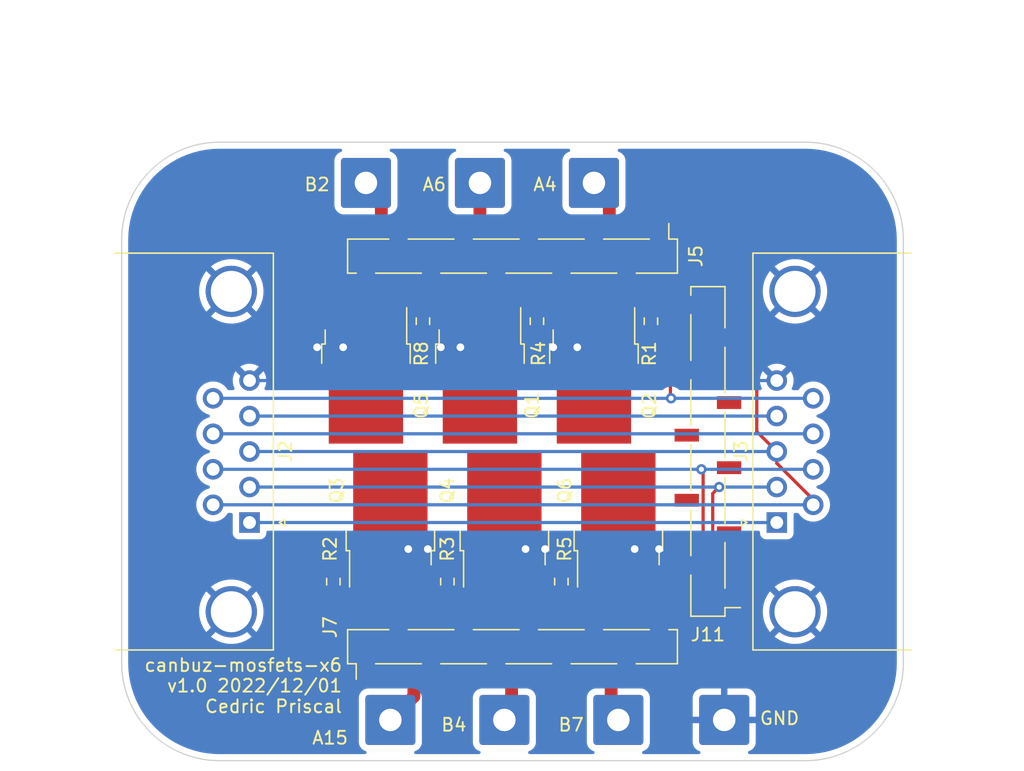
<source format=kicad_pcb>
(kicad_pcb (version 20211014) (generator pcbnew)
  (layers (0 "F.Cu" signal) (31 "B.Cu" signal) (34 "B.Paste" user) (35 "F.Paste" user) (36 "B.SilkS" user "B.Silkscreen") (37 "F.SilkS" user "F.Silkscreen") (38 "B.Mask" user) (39 "F.Mask" user) (44 "Edge.Cuts" user))
  (net 0 "")
  (net 1 "GND")
  (net 2 "Net-(J2-Pad1)")
  (net 3 "CANL")
  (net 4 "CANH")
  (net 5 "Net-(J2-Pad8)")
  (net 6 "PA3")
  (net 7 "PA4")
  (net 8 "Net-(J2-Pad4)")
  (net 9 "PA5")
  (net 10 "Net-(J4-Pad1)")
  (net 11 "PA6")
  (net 12 "PA7")
  (net 13 "PB0")
  (net 14 "Net-(J8-Pad1)")
  (net 15 "PB1")
  (net 16 "PB2")
  (net 17 "PB10")
  (net 18 "PB11")
  (net 19 "GNDPWR")
  (net 20 "Net-(Q1-Pad1)")
  (net 21 "Net-(Q5-Pad1)")
  (net 22 "SWCLK")
  (net 23 "PA15")
  (net 24 "PB3")
  (net 25 "PB4")
  (net 26 "PB5")
  (net 27 "PB6")
  (net 28 "PB7")
  (net 29 "BOOT0")
  (net 30 "PC13")
  (net 31 "PC14")
  (net 32 "PC15")
  (net 33 "~{RESET}")
  (net 34 "PA0")
  (net 35 "PA1")
  (net 36 "PA2")
  (net 37 "3V3")
  (net 38 "VIN")
  (net 39 "Net-(J1-Pad1)")
  (net 40 "Net-(J9-Pad1)")
  (net 41 "Net-(Q2-Pad1)")
  (net 42 "Net-(Q3-Pad1)")
  (net 43 "Net-(J10-Pad1)")
  (net 44 "Net-(J12-Pad1)")
  (net 45 "Net-(Q4-Pad1)")
  (net 46 "Net-(Q6-Pad1)")
  (footprint "Connector_Dsub:DSUB-9_Female_Horizontal_P2.77x2.84mm_EdgePinOffset7.70mm_Housed_MountingHolesOffset9.12mm" (layer "F.Cu") (at 173.490331 139.05 -90)
    (fp_text reference "J2" (at -5.54 -2.8 90) (layer "F.SilkS"))
    (fp_text value "DB9_Female_MountingHoles")
    (fp_line (start -0.25 -2.754338) (end 0.25 -2.754338) (layer "F.SilkS") (width 0.12))
    (fp_line (start 0.25 -2.754338) (end 0 -2.321325) (layer "F.SilkS") (width 0.12))
    (fp_line (start -21.025 10.48) (end -21.025 -1.86) (layer "F.SilkS") (width 0.12))
    (fp_line (start 9.945 -1.86) (end 9.945 10.48) (layer "F.SilkS") (width 0.12))
    (fp_line (start 0 -2.321325) (end -0.25 -2.754338) (layer "F.SilkS") (width 0.12))
    (fp_line (start -21.025 -1.86) (end 9.945 -1.86) (layer "F.SilkS") (width 0.12))
    (pad "0" thru_hole circle (at 6.96 1.42 270) (size 4 4) (drill 3.2) (layers *.Cu *.Mask) (net 19 "GNDPWR"))
    (pad "0" thru_hole circle (at -18.04 1.42 270) (size 4 4) (drill 3.2) (layers *.Cu *.Mask) (net 19 "GNDPWR"))
    (pad "1" thru_hole rect (at 0 0 270) (size 1.6 1.6) (drill 1) (layers *.Cu *.Mask) (net 2 "Net-(J2-Pad1)"))
    (pad "2" thru_hole circle (at -2.77 0 270) (size 1.6 1.6) (drill 1) (layers *.Cu *.Mask) (net 3 "CANL"))
    (pad "3" thru_hole circle (at -5.54 0 270) (size 1.6 1.6) (drill 1) (layers *.Cu *.Mask) (net 1 "GND"))
    (pad "4" thru_hole circle (at -8.31 0 270) (size 1.6 1.6) (drill 1) (layers *.Cu *.Mask) (net 8 "Net-(J2-Pad4)"))
    (pad "5" thru_hole circle (at -11.08 0 270) (size 1.6 1.6) (drill 1) (layers *.Cu *.Mask) (net 19 "GNDPWR"))
    (pad "6" thru_hole circle (at -1.385 2.84 270) (size 1.6 1.6) (drill 1) (layers *.Cu *.Mask) (net 1 "GND"))
    (pad "7" thru_hole circle (at -4.155 2.84 270) (size 1.6 1.6) (drill 1) (layers *.Cu *.Mask) (net 4 "CANH"))
    (pad "8" thru_hole circle (at -6.925 2.84 270) (size 1.6 1.6) (drill 1) (layers *.Cu *.Mask) (net 5 "Net-(J2-Pad8)"))
    (pad "9" thru_hole circle (at -9.695 2.84 270) (size 1.6 1.6) (drill 1) (layers *.Cu *.Mask) (net 38 "VIN"))
  )
  (footprint "Connector_PinSocket_2.54mm:PinSocket_1x10_P2.54mm_Vertical_SMD_Pin1Left" (layer "F.Cu") (at 194 148.74 90)
    (fp_text reference "J7" (at 1.524 -14.224 90) (layer "F.SilkS"))
    (fp_text value "Conn_01x10")
    (fp_line (start -1.33 12.86) (end 1.33 12.86) (layer "F.SilkS") (width 0.12))
    (fp_line (start 1.33 2.03) (end 1.33 5.59) (layer "F.SilkS") (width 0.12))
    (fp_line (start 1.33 12.19) (end 1.33 12.86) (layer "F.SilkS") (width 0.12))
    (fp_line (start 1.33 -12.86) (end 1.33 -9.65) (layer "F.SilkS") (width 0.12))
    (fp_line (start -1.33 -10.67) (end -1.33 -7.11) (layer "F.SilkS") (width 0.12))
    (fp_line (start 1.33 -8.13) (end 1.33 -4.57) (layer "F.SilkS") (width 0.12))
    (fp_line (start 1.33 7.11) (end 1.33 10.67) (layer "F.SilkS") (width 0.12))
    (fp_line (start -1.33 -5.59) (end -1.33 -2.03) (layer "F.SilkS") (width 0.12))
    (fp_line (start 1.33 -3.05) (end 1.33 0.51) (layer "F.SilkS") (width 0.12))
    (fp_line (start -1.33 -12.86) (end -1.33 -12.19) (layer "F.SilkS") (width 0.12))
    (fp_line (start -2.54 -12.19) (end -1.33 -12.19) (layer "F.SilkS") (width 0.12))
    (fp_line (start -1.33 9.65) (end -1.33 12.86) (layer "F.SilkS") (width 0.12))
    (fp_line (start -1.33 4.57) (end -1.33 8.13) (layer "F.SilkS") (width 0.12))
    (fp_line (start -1.33 -0.51) (end -1.33 3.05) (layer "F.SilkS") (width 0.12))
    (fp_line (start -1.33 -12.86) (end 1.33 -12.86) (layer "F.SilkS") (width 0.12))
    (pad "1" smd rect (at -1.65 -11.43 90) (size 1.9 1) (layers "F.Cu" "F.Paste" "F.Mask") (net 22 "SWCLK"))
    (pad "2" smd rect (at 1.65 -8.89 90) (size 1.9 1) (layers "F.Cu" "F.Paste" "F.Mask") (net 23 "PA15"))
    (pad "3" smd rect (at -1.65 -6.35 90) (size 1.9 1) (layers "F.Cu" "F.Paste" "F.Mask") (net 24 "PB3"))
    (pad "4" smd rect (at 1.65 -3.81 90) (size 1.9 1) (layers "F.Cu" "F.Paste" "F.Mask") (net 25 "PB4"))
    (pad "5" smd rect (at -1.65 -1.27 90) (size 1.9 1) (layers "F.Cu" "F.Paste" "F.Mask") (net 26 "PB5"))
    (pad "6" smd rect (at 1.65 1.27 90) (size 1.9 1) (layers "F.Cu" "F.Paste" "F.Mask") (net 27 "PB6"))
    (pad "7" smd rect (at -1.65 3.81 90) (size 1.9 1) (layers "F.Cu" "F.Paste" "F.Mask") (net 28 "PB7"))
    (pad "8" smd rect (at 1.65 6.35 90) (size 1.9 1) (layers "F.Cu" "F.Paste" "F.Mask") (net 29 "BOOT0"))
    (pad "9" smd rect (at -1.65 8.89 90) (size 1.9 1) (layers "F.Cu" "F.Paste" "F.Mask") (net 3 "CANL"))
    (pad "10" smd rect (at 1.65 11.43 90) (size 1.9 1) (layers "F.Cu" "F.Paste" "F.Mask") (net 4 "CANH"))
  )
  (footprint "Package_TO_SOT_SMD:TO-252-2" (layer "F.Cu") (at 202.255 138.775 90)
    (fp_text reference "Q6" (at 2.227 -4.191 90) (layer "F.SilkS"))
    (fp_text value "AOD4184A")
    (fp_line (start -0.97 3.45) (end -2.47 3.45) (layer "F.SilkS") (width 0.12))
    (fp_line (start -2.47 3.18) (end -3.57 3.18) (layer "F.SilkS") (width 0.12))
    (fp_line (start -2.47 -3.45) (end -2.47 -3.18) (layer "F.SilkS") (width 0.12))
    (fp_line (start -0.97 -3.45) (end -2.47 -3.45) (layer "F.SilkS") (width 0.12))
    (fp_line (start -2.47 -3.18) (end -5.3 -3.18) (layer "F.SilkS") (width 0.12))
    (fp_line (start -2.47 3.45) (end -2.47 3.18) (layer "F.SilkS") (width 0.12))
    (pad "1" smd rect (at -4.2 -2.28 90) (size 2.2 1.2) (layers "F.Cu" "F.Paste" "F.Mask") (net 46 "Net-(Q6-Pad1)"))
    (pad "2" smd rect (at 2.1 0 90) (size 6.4 5.8) (layers "F.Cu" "F.Mask") (net 44 "Net-(J12-Pad1)"))
    (pad "3" smd rect (at -4.2 2.28 90) (size 2.2 1.2) (layers "F.Cu" "F.Paste" "F.Mask") (net 19 "GNDPWR"))
  )
  (footprint "Connector_Dsub:DSUB-9_Male_Horizontal_P2.77x2.84mm_EdgePinOffset7.70mm_Housed_MountingHolesOffset9.12mm" (layer "F.Cu") (at 214.609669 139.05 90)
    (fp_text reference "J3" (at 5.54 -2.8 90) (layer "F.SilkS"))
    (fp_text value "DB9_Male_MountingHoles")
    (fp_line (start -9.945 10.48) (end -9.945 -1.86) (layer "F.SilkS") (width 0.12))
    (fp_line (start 21.025 -1.86) (end 21.025 10.48) (layer "F.SilkS") (width 0.12))
    (fp_line (start -0.25 -2.754338) (end 0.25 -2.754338) (layer "F.SilkS") (width 0.12))
    (fp_line (start 0 -2.321325) (end -0.25 -2.754338) (layer "F.SilkS") (width 0.12))
    (fp_line (start 0.25 -2.754338) (end 0 -2.321325) (layer "F.SilkS") (width 0.12))
    (fp_line (start -9.945 -1.86) (end 21.025 -1.86) (layer "F.SilkS") (width 0.12))
    (pad "0" thru_hole circle (at -6.96 1.42 90) (size 4 4) (drill 3.2) (layers *.Cu *.Mask) (net 19 "GNDPWR"))
    (pad "0" thru_hole circle (at 18.04 1.42 90) (size 4 4) (drill 3.2) (layers *.Cu *.Mask) (net 19 "GNDPWR"))
    (pad "1" thru_hole rect (at 0 0 90) (size 1.6 1.6) (drill 1) (layers *.Cu *.Mask) (net 2 "Net-(J2-Pad1)"))
    (pad "2" thru_hole circle (at 2.77 0 90) (size 1.6 1.6) (drill 1) (layers *.Cu *.Mask) (net 3 "CANL"))
    (pad "3" thru_hole circle (at 5.54 0 90) (size 1.6 1.6) (drill 1) (layers *.Cu *.Mask) (net 1 "GND"))
    (pad "4" thru_hole circle (at 8.31 0 90) (size 1.6 1.6) (drill 1) (layers *.Cu *.Mask) (net 8 "Net-(J2-Pad4)"))
    (pad "5" thru_hole circle (at 11.08 0 90) (size 1.6 1.6) (drill 1) (layers *.Cu *.Mask) (net 19 "GNDPWR"))
    (pad "6" thru_hole circle (at 1.385 2.84 90) (size 1.6 1.6) (drill 1) (layers *.Cu *.Mask) (net 1 "GND"))
    (pad "7" thru_hole circle (at 4.155 2.84 90) (size 1.6 1.6) (drill 1) (layers *.Cu *.Mask) (net 4 "CANH"))
    (pad "8" thru_hole circle (at 6.925 2.84 90) (size 1.6 1.6) (drill 1) (layers *.Cu *.Mask) (net 5 "Net-(J2-Pad8)"))
    (pad "9" thru_hole circle (at 9.695 2.84 90) (size 1.6 1.6) (drill 1) (layers *.Cu *.Mask) (net 38 "VIN"))
  )
  (footprint "Connector_Wire:SolderWire-1sqmm_1x01_D1.4mm_OD3.9mm" (layer "F.Cu") (at 202.255 154.455)
    (fp_text reference "J12" hide)
    (fp_text value "Conn_01x01")
    (pad "1" thru_hole roundrect (at 0 0) (size 3.9 3.9) (drill 1.75) (layers *.Cu *.Mask) (roundrect_rratio 0.064103) (net 44 "Net-(J12-Pad1)"))
  )
  (footprint "Package_TO_SOT_SMD:TO-252-2" (layer "F.Cu") (at 184.475 138.775 90)
    (fp_text reference "Q3" (at 2.227 -4.191 90) (layer "F.SilkS"))
    (fp_text value "AOD4184A")
    (fp_line (start -2.47 3.18) (end -3.57 3.18) (layer "F.SilkS") (width 0.12))
    (fp_line (start -2.47 -3.18) (end -5.3 -3.18) (layer "F.SilkS") (width 0.12))
    (fp_line (start -0.97 3.45) (end -2.47 3.45) (layer "F.SilkS") (width 0.12))
    (fp_line (start -2.47 3.45) (end -2.47 3.18) (layer "F.SilkS") (width 0.12))
    (fp_line (start -0.97 -3.45) (end -2.47 -3.45) (layer "F.SilkS") (width 0.12))
    (fp_line (start -2.47 -3.45) (end -2.47 -3.18) (layer "F.SilkS") (width 0.12))
    (pad "1" smd rect (at -4.2 -2.28 90) (size 2.2 1.2) (layers "F.Cu" "F.Paste" "F.Mask") (net 42 "Net-(Q3-Pad1)"))
    (pad "2" smd rect (at 2.1 0 90) (size 6.4 5.8) (layers "F.Cu" "F.Mask") (net 40 "Net-(J9-Pad1)"))
    (pad "3" smd rect (at -4.2 2.28 90) (size 2.2 1.2) (layers "F.Cu" "F.Paste" "F.Mask") (net 19 "GNDPWR"))
  )
  (footprint "Resistor_SMD:R_0603_1608Metric_Pad0.98x0.95mm_HandSolder" (layer "F.Cu") (at 188.92 143.66 90)
    (fp_text reference "R3" (at 2.54 0 90) (layer "F.SilkS"))
    (fp_text value "100")
    (fp_line (start -0.254724 -0.5225) (end 0.254724 -0.5225) (layer "F.SilkS") (width 0.12))
    (fp_line (start -0.254724 0.5225) (end 0.254724 0.5225) (layer "F.SilkS") (width 0.12))
    (pad "1" smd roundrect (at -0.9125 0 90) (size 0.975 0.95) (layers "F.Cu" "F.Paste" "F.Mask") (net 25 "PB4"))
    (pad "2" smd roundrect (at 0.9125 0 90) (size 0.975 0.95) (layers "F.Cu" "F.Paste" "F.Mask") (net 45 "Net-(Q4-Pad1)"))
  )
  (footprint "Resistor_SMD:R_0603_1608Metric_Pad0.98x0.95mm_HandSolder" (layer "F.Cu") (at 195.905 123.34 -90)
    (fp_text reference "R4" (at 2.53 -0.127 90) (layer "F.SilkS"))
    (fp_text value "100")
    (fp_line (start -0.254724 -0.5225) (end 0.254724 -0.5225) (layer "F.SilkS") (width 0.12))
    (fp_line (start -0.254724 0.5225) (end 0.254724 0.5225) (layer "F.SilkS") (width 0.12))
    (pad "1" smd roundrect (at -0.9125 0 270) (size 0.975 0.95) (layers "F.Cu" "F.Paste" "F.Mask") (net 11 "PA6"))
    (pad "2" smd roundrect (at 0.9125 0 270) (size 0.975 0.95) (layers "F.Cu" "F.Paste" "F.Mask") (net 20 "Net-(Q1-Pad1)"))
  )
  (footprint "Package_TO_SOT_SMD:TO-252-2" (layer "F.Cu") (at 191.46 127.59 -90)
    (fp_text reference "Q1" (at 2.354 -4.064 90) (layer "F.SilkS"))
    (fp_text value "AOD4184A")
    (fp_line (start -0.97 -3.45) (end -2.47 -3.45) (layer "F.SilkS") (width 0.12))
    (fp_line (start -2.47 -3.18) (end -5.3 -3.18) (layer "F.SilkS") (width 0.12))
    (fp_line (start -2.47 3.18) (end -3.57 3.18) (layer "F.SilkS") (width 0.12))
    (fp_line (start -2.47 3.45) (end -2.47 3.18) (layer "F.SilkS") (width 0.12))
    (fp_line (start -0.97 3.45) (end -2.47 3.45) (layer "F.SilkS") (width 0.12))
    (fp_line (start -2.47 -3.45) (end -2.47 -3.18) (layer "F.SilkS") (width 0.12))
    (pad "1" smd rect (at -4.2 -2.28 270) (size 2.2 1.2) (layers "F.Cu" "F.Paste" "F.Mask") (net 20 "Net-(Q1-Pad1)"))
    (pad "2" smd rect (at 2.1 0 270) (size 6.4 5.8) (layers "F.Cu" "F.Mask") (net 10 "Net-(J4-Pad1)"))
    (pad "3" smd rect (at -4.2 2.28 270) (size 2.2 1.2) (layers "F.Cu" "F.Paste" "F.Mask") (net 19 "GNDPWR"))
  )
  (footprint "Connector_PinSocket_2.54mm:PinSocket_1x10_P2.54mm_Vertical_SMD_Pin1Left" (layer "F.Cu") (at 209.24 133.5 180)
    (fp_text reference "J11" (at 0 -14.3 180) (layer "F.SilkS"))
    (fp_text value "Conn_01x10")
    (fp_line (start 1.33 -12.86) (end 1.33 -9.65) (layer "F.SilkS") (width 0.12))
    (fp_line (start -1.33 -0.51) (end -1.33 3.05) (layer "F.SilkS") (width 0.12))
    (fp_line (start -1.33 -10.67) (end -1.33 -7.11) (layer "F.SilkS") (width 0.12))
    (fp_line (start -2.54 -12.19) (end -1.33 -12.19) (layer "F.SilkS") (width 0.12))
    (fp_line (start -1.33 12.86) (end 1.33 12.86) (layer "F.SilkS") (width 0.12))
    (fp_line (start -1.33 -5.59) (end -1.33 -2.03) (layer "F.SilkS") (width 0.12))
    (fp_line (start 1.33 7.11) (end 1.33 10.67) (layer "F.SilkS") (width 0.12))
    (fp_line (start 1.33 12.19) (end 1.33 12.86) (layer "F.SilkS") (width 0.12))
    (fp_line (start 1.33 -8.13) (end 1.33 -4.57) (layer "F.SilkS") (width 0.12))
    (fp_line (start -1.33 9.65) (end -1.33 12.86) (layer "F.SilkS") (width 0.12))
    (fp_line (start -1.33 -12.86) (end 1.33 -12.86) (layer "F.SilkS") (width 0.12))
    (fp_line (start -1.33 -12.86) (end -1.33 -12.19) (layer "F.SilkS") (width 0.12))
    (fp_line (start 1.33 2.03) (end 1.33 5.59) (layer "F.SilkS") (width 0.12))
    (fp_line (start -1.33 4.57) (end -1.33 8.13) (layer "F.SilkS") (width 0.12))
    (fp_line (start 1.33 -3.05) (end 1.33 0.51) (layer "F.SilkS") (width 0.12))
    (pad "1" smd rect (at -1.65 -11.43 180) (size 1.9 1) (layers "F.Cu" "F.Paste" "F.Mask") (net 30 "PC13"))
    (pad "2" smd rect (at 1.65 -8.89 180) (size 1.9 1) (layers "F.Cu" "F.Paste" "F.Mask") (net 31 "PC14"))
    (pad "3" smd rect (at -1.65 -6.35 180) (size 1.9 1) (layers "F.Cu" "F.Paste" "F.Mask") (net 32 "PC15"))
    (pad "4" smd rect (at 1.65 -3.81 180) (size 1.9 1) (layers "F.Cu" "F.Paste" "F.Mask") (net 33 "~{RESET}"))
    (pad "5" smd rect (at -1.65 -1.27 180) (size 1.9 1) (layers "F.Cu" "F.Paste" "F.Mask") (net 34 "PA0"))
    (pad "6" smd rect (at 1.65 1.27 180) (size 1.9 1) (layers "F.Cu" "F.Paste" "F.Mask") (net 35 "PA1"))
    (pad "7" smd rect (at -1.65 3.81 180) (size 1.9 1) (layers "F.Cu" "F.Paste" "F.Mask") (net 36 "PA2"))
    (pad "8" smd rect (at 1.65 6.35 180) (size 1.9 1) (layers "F.Cu" "F.Paste" "F.Mask") (net 37 "3V3"))
    (pad "9" smd rect (at -1.65 8.89 180) (size 1.9 1) (layers "F.Cu" "F.Paste" "F.Mask") (net 1 "GND"))
    (pad "10" smd rect (at 1.65 11.43 180) (size 1.9 1) (layers "F.Cu" "F.Paste" "F.Mask") (net 38 "VIN"))
  )
  (footprint "Connector_Wire:SolderWire-1sqmm_1x01_D1.4mm_OD3.9mm" (layer "F.Cu") (at 200.35 112.545 180)
    (fp_text reference "J1" hide)
    (fp_text value "Conn_01x01")
    (pad "1" thru_hole roundrect (at 0 0 180) (size 3.9 3.9) (drill 1.75) (layers *.Cu *.Mask) (roundrect_rratio 0.064103) (net 39 "Net-(J1-Pad1)"))
  )
  (footprint "Connector_Wire:SolderWire-1sqmm_1x01_D1.4mm_OD3.9mm" (layer "F.Cu") (at 184.475 154.455)
    (fp_text reference "J9" hide)
    (fp_text value "Conn_01x01")
    (pad "1" thru_hole roundrect (at 0 0) (size 3.9 3.9) (drill 1.75) (layers *.Cu *.Mask) (roundrect_rratio 0.064103) (net 40 "Net-(J9-Pad1)"))
  )
  (footprint "Connector_Wire:SolderWire-1sqmm_1x01_D1.4mm_OD3.9mm" (layer "F.Cu") (at 193.365 154.455)
    (fp_text reference "J10" hide)
    (fp_text value "Conn_01x01")
    (pad "1" thru_hole roundrect (at 0 0) (size 3.9 3.9) (drill 1.75) (layers *.Cu *.Mask) (roundrect_rratio 0.064103) (net 43 "Net-(J10-Pad1)"))
  )
  (footprint "Package_TO_SOT_SMD:TO-252-2" (layer "F.Cu") (at 200.35 127.59 -90)
    (fp_text reference "Q2" (at 2.354 -4.318 90) (layer "F.SilkS"))
    (fp_text value "AOD4184A")
    (fp_line (start -2.47 3.18) (end -3.57 3.18) (layer "F.SilkS") (width 0.12))
    (fp_line (start -0.97 3.45) (end -2.47 3.45) (layer "F.SilkS") (width 0.12))
    (fp_line (start -2.47 3.45) (end -2.47 3.18) (layer "F.SilkS") (width 0.12))
    (fp_line (start -0.97 -3.45) (end -2.47 -3.45) (layer "F.SilkS") (width 0.12))
    (fp_line (start -2.47 -3.18) (end -5.3 -3.18) (layer "F.SilkS") (width 0.12))
    (fp_line (start -2.47 -3.45) (end -2.47 -3.18) (layer "F.SilkS") (width 0.12))
    (pad "1" smd rect (at -4.2 -2.28 270) (size 2.2 1.2) (layers "F.Cu" "F.Paste" "F.Mask") (net 41 "Net-(Q2-Pad1)"))
    (pad "2" smd rect (at 2.1 0 270) (size 6.4 5.8) (layers "F.Cu" "F.Mask") (net 39 "Net-(J1-Pad1)"))
    (pad "3" smd rect (at -4.2 2.28 270) (size 2.2 1.2) (layers "F.Cu" "F.Paste" "F.Mask") (net 19 "GNDPWR"))
  )
  (footprint "Connector_Wire:SolderWire-1sqmm_1x01_D1.4mm_OD3.9mm" (layer "F.Cu") (at 191.46 112.545 180)
    (fp_text reference "J4" hide)
    (fp_text value "Conn_01x01")
    (pad "1" thru_hole roundrect (at 0 0 180) (size 3.9 3.9) (drill 1.75) (layers *.Cu *.Mask) (roundrect_rratio 0.064103) (net 10 "Net-(J4-Pad1)"))
  )
  (footprint "Resistor_SMD:R_0603_1608Metric_Pad0.98x0.95mm_HandSolder" (layer "F.Cu") (at 197.81 143.66 90)
    (fp_text reference "R5" (at 2.54 0.254 90) (layer "F.SilkS"))
    (fp_text value "100")
    (fp_line (start -0.254724 0.5225) (end 0.254724 0.5225) (layer "F.SilkS") (width 0.12))
    (fp_line (start -0.254724 -0.5225) (end 0.254724 -0.5225) (layer "F.SilkS") (width 0.12))
    (pad "1" smd roundrect (at -0.9125 0 90) (size 0.975 0.95) (layers "F.Cu" "F.Paste" "F.Mask") (net 28 "PB7"))
    (pad "2" smd roundrect (at 0.9125 0 90) (size 0.975 0.95) (layers "F.Cu" "F.Paste" "F.Mask") (net 46 "Net-(Q6-Pad1)"))
  )
  (footprint "Connector_Wire:SolderWire-1sqmm_1x01_D1.4mm_OD3.9mm" (layer "F.Cu") (at 182.57 112.545 180)
    (fp_text reference "J8" hide)
    (fp_text value "Conn_01x01")
    (pad "1" thru_hole roundrect (at 0 0 180) (size 3.9 3.9) (drill 1.75) (layers *.Cu *.Mask) (roundrect_rratio 0.064103) (net 14 "Net-(J8-Pad1)"))
  )
  (footprint "Resistor_SMD:R_0603_1608Metric_Pad0.98x0.95mm_HandSolder" (layer "F.Cu") (at 204.795 123.34 -90)
    (fp_text reference "R1" (at 2.54 0.127 90) (layer "F.SilkS"))
    (fp_text value "100")
    (fp_line (start -0.254724 0.5225) (end 0.254724 0.5225) (layer "F.SilkS") (width 0.12))
    (fp_line (start -0.254724 -0.5225) (end 0.254724 -0.5225) (layer "F.SilkS") (width 0.12))
    (pad "1" smd roundrect (at -0.9125 0 270) (size 0.975 0.95) (layers "F.Cu" "F.Paste" "F.Mask") (net 7 "PA4"))
    (pad "2" smd roundrect (at 0.9125 0 270) (size 0.975 0.95) (layers "F.Cu" "F.Paste" "F.Mask") (net 41 "Net-(Q2-Pad1)"))
  )
  (footprint "Connector_PinSocket_2.54mm:PinSocket_1x10_P2.54mm_Vertical_SMD_Pin1Left" (layer "F.Cu") (at 194 118.26 -90)
    (fp_text reference "J5" (at 0 -14.3 -90) (layer "F.SilkS"))
    (fp_text value "Conn_01x10")
    (fp_line (start 1.33 12.19) (end 1.33 12.86) (layer "F.SilkS") (width 0.12))
    (fp_line (start -1.33 -0.51) (end -1.33 3.05) (layer "F.SilkS") (width 0.12))
    (fp_line (start -1.33 4.57) (end -1.33 8.13) (layer "F.SilkS") (width 0.12))
    (fp_line (start -1.33 -5.59) (end -1.33 -2.03) (layer "F.SilkS") (width 0.12))
    (fp_line (start -1.33 12.86) (end 1.33 12.86) (layer "F.SilkS") (width 0.12))
    (fp_line (start 1.33 2.03) (end 1.33 5.59) (layer "F.SilkS") (width 0.12))
    (fp_line (start -1.33 -12.86) (end -1.33 -12.19) (layer "F.SilkS") (width 0.12))
    (fp_line (start 1.33 7.11) (end 1.33 10.67) (layer "F.SilkS") (width 0.12))
    (fp_line (start -2.54 -12.19) (end -1.33 -12.19) (layer "F.SilkS") (width 0.12))
    (fp_line (start 1.33 -12.86) (end 1.33 -9.65) (layer "F.SilkS") (width 0.12))
    (fp_line (start -1.33 -10.67) (end -1.33 -7.11) (layer "F.SilkS") (width 0.12))
    (fp_line (start -1.33 -12.86) (end 1.33 -12.86) (layer "F.SilkS") (width 0.12))
    (fp_line (start 1.33 -8.13) (end 1.33 -4.57) (layer "F.SilkS") (width 0.12))
    (fp_line (start -1.33 9.65) (end -1.33 12.86) (layer "F.SilkS") (width 0.12))
    (fp_line (start 1.33 -3.05) (end 1.33 0.51) (layer "F.SilkS") (width 0.12))
    (pad "1" smd rect (at -1.65 -11.43 270) (size 1.9 1) (layers "F.Cu" "F.Paste" "F.Mask") (net 6 "PA3"))
    (pad "2" smd rect (at 1.65 -8.89 270) (size 1.9 1) (layers "F.Cu" "F.Paste" "F.Mask") (net 7 "PA4"))
    (pad "3" smd rect (at -1.65 -6.35 270) (size 1.9 1) (layers "F.Cu" "F.Paste" "F.Mask") (net 9 "PA5"))
    (pad "4" smd rect (at 1.65 -3.81 270) (size 1.9 1) (layers "F.Cu" "F.Paste" "F.Mask") (net 11 "PA6"))
    (pad "5" smd rect (at -1.65 -1.27 270) (size 1.9 1) (layers "F.Cu" "F.Paste" "F.Mask") (net 12 "PA7"))
    (pad "6" smd rect (at 1.65 1.27 270) (size 1.9 1) (layers "F.Cu" "F.Paste" "F.Mask") (net 13 "PB0"))
    (pad "7" smd rect (at -1.65 3.81 270) (size 1.9 1) (layers "F.Cu" "F.Paste" "F.Mask") (net 15 "PB1"))
    (pad "8" smd rect (at 1.65 6.35 270) (size 1.9 1) (layers "F.Cu" "F.Paste" "F.Mask") (net 16 "PB2"))
    (pad "9" smd rect (at -1.65 8.89 270) (size 1.9 1) (layers "F.Cu" "F.Paste" "F.Mask") (net 17 "PB10"))
    (pad "10" smd rect (at 1.65 11.43 270) (size 1.9 1) (layers "F.Cu" "F.Paste" "F.Mask") (net 18 "PB11"))
  )
  (footprint "Resistor_SMD:R_0603_1608Metric_Pad0.98x0.95mm_HandSolder" (layer "F.Cu") (at 187.015 123.34 -90)
    (fp_text reference "R8" (at 2.54 0.127 90) (layer "F.SilkS"))
    (fp_text value "100")
    (fp_line (start -0.254724 0.5225) (end 0.254724 0.5225) (layer "F.SilkS") (width 0.12))
    (fp_line (start -0.254724 -0.5225) (end 0.254724 -0.5225) (layer "F.SilkS") (width 0.12))
    (pad "1" smd roundrect (at -0.9125 0 270) (size 0.975 0.95) (layers "F.Cu" "F.Paste" "F.Mask") (net 16 "PB2"))
    (pad "2" smd roundrect (at 0.9125 0 270) (size 0.975 0.95) (layers "F.Cu" "F.Paste" "F.Mask") (net 21 "Net-(Q5-Pad1)"))
  )
  (footprint "Package_TO_SOT_SMD:TO-252-2" (layer "F.Cu") (at 182.57 127.59 -90)
    (fp_text reference "Q5" (at 2.354 -4.318 90) (layer "F.SilkS"))
    (fp_text value "AOD4184A")
    (fp_line (start -2.47 -3.45) (end -2.47 -3.18) (layer "F.SilkS") (width 0.12))
    (fp_line (start -0.97 -3.45) (end -2.47 -3.45) (layer "F.SilkS") (width 0.12))
    (fp_line (start -2.47 3.45) (end -2.47 3.18) (layer "F.SilkS") (width 0.12))
    (fp_line (start -2.47 -3.18) (end -5.3 -3.18) (layer "F.SilkS") (width 0.12))
    (fp_line (start -2.47 3.18) (end -3.57 3.18) (layer "F.SilkS") (width 0.12))
    (fp_line (start -0.97 3.45) (end -2.47 3.45) (layer "F.SilkS") (width 0.12))
    (pad "1" smd rect (at -4.2 -2.28 270) (size 2.2 1.2) (layers "F.Cu" "F.Paste" "F.Mask") (net 21 "Net-(Q5-Pad1)"))
    (pad "2" smd rect (at 2.1 0 270) (size 6.4 5.8) (layers "F.Cu" "F.Mask") (net 14 "Net-(J8-Pad1)"))
    (pad "3" smd rect (at -4.2 2.28 270) (size 2.2 1.2) (layers "F.Cu" "F.Paste" "F.Mask") (net 19 "GNDPWR"))
  )
  (footprint "Connector_Wire:SolderWire-1sqmm_1x01_D1.4mm_OD3.9mm" (layer "F.Cu") (at 210.51 154.455)
    (fp_text reference "J6" hide)
    (fp_text value "Conn_01x01")
    (pad "1" thru_hole roundrect (at 0 0) (size 3.9 3.9) (drill 1.75) (layers *.Cu *.Mask) (roundrect_rratio 0.064103) (net 19 "GNDPWR"))
  )
  (footprint "Package_TO_SOT_SMD:TO-252-2" (layer "F.Cu") (at 193.365 138.775 90)
    (fp_text reference "Q4" (at 2.227 -4.445 90) (layer "F.SilkS"))
    (fp_text value "AOD4184A")
    (fp_line (start -2.47 -3.45) (end -2.47 -3.18) (layer "F.SilkS") (width 0.12))
    (fp_line (start -2.47 3.45) (end -2.47 3.18) (layer "F.SilkS") (width 0.12))
    (fp_line (start -2.47 -3.18) (end -5.3 -3.18) (layer "F.SilkS") (width 0.12))
    (fp_line (start -0.97 3.45) (end -2.47 3.45) (layer "F.SilkS") (width 0.12))
    (fp_line (start -0.97 -3.45) (end -2.47 -3.45) (layer "F.SilkS") (width 0.12))
    (fp_line (start -2.47 3.18) (end -3.57 3.18) (layer "F.SilkS") (width 0.12))
    (pad "1" smd rect (at -4.2 -2.28 90) (size 2.2 1.2) (layers "F.Cu" "F.Paste" "F.Mask") (net 45 "Net-(Q4-Pad1)"))
    (pad "2" smd rect (at 2.1 0 90) (size 6.4 5.8) (layers "F.Cu" "F.Mask") (net 43 "Net-(J10-Pad1)"))
    (pad "3" smd rect (at -4.2 2.28 90) (size 2.2 1.2) (layers "F.Cu" "F.Paste" "F.Mask") (net 19 "GNDPWR"))
  )
  (footprint "Resistor_SMD:R_0603_1608Metric_Pad0.98x0.95mm_HandSolder" (layer "F.Cu") (at 180.03 143.66 90)
    (fp_text reference "R2" (at 2.54 -0.254 90) (layer "F.SilkS"))
    (fp_text value "100")
    (fp_line (start -0.254724 -0.5225) (end 0.254724 -0.5225) (layer "F.SilkS") (width 0.12))
    (fp_line (start -0.254724 0.5225) (end 0.254724 0.5225) (layer "F.SilkS") (width 0.12))
    (pad "1" smd roundrect (at -0.9125 0 90) (size 0.975 0.95) (layers "F.Cu" "F.Paste" "F.Mask") (net 23 "PA15"))
    (pad "2" smd roundrect (at 0.9125 0 90) (size 0.975 0.95) (layers "F.Cu" "F.Paste" "F.Mask") (net 42 "Net-(Q3-Pad1)"))
  )
  (gr_arc (start 224.48 150.01) (mid 222.248154 155.398154) (end 216.86 157.63) (layer "Edge.Cuts") (width 0.1))
  (gr_line (start 171.14 157.63) (end 216.86 157.63) (layer "Edge.Cuts") (width 0.1))
  (gr_arc (start 171.14 157.63) (mid 165.751846 155.398154) (end 163.52 150.01) (layer "Edge.Cuts") (width 0.1))
  (gr_arc (start 163.52 116.99) (mid 165.751846 111.601846) (end 171.14 109.37) (layer "Edge.Cuts") (width 0.1))
  (gr_arc (start 216.86 109.37) (mid 222.248154 111.601846) (end 224.48 116.99) (layer "Edge.Cuts") (width 0.1))
  (gr_line (start 216.86 109.37) (end 171.14 109.37) (layer "Edge.Cuts") (width 0.1))
  (gr_line (start 224.48 150.01) (end 224.48 116.99) (layer "Edge.Cuts") (width 0.1))
  (gr_line (start 163.52 116.99) (end 163.52 150.01) (layer "Edge.Cuts") (width 0.1))
  (gr_text "B7" (at 198.572 154.836) (layer "F.SilkS") (effects (font (size 1 1))))
  (gr_text "A6" (at 187.904 112.672) (layer "F.SilkS") (effects (font (size 1 1))))
  (gr_text "B4" (at 189.428 154.836) (layer "F.SilkS") (effects (font (size 1 1))))
  (gr_text "B2" (at 178.76 112.672) (layer "F.SilkS") (effects (font (size 1 1))))
  (gr_text "A15" (at 179.776 155.852) (layer "F.SilkS") (effects (font (size 1 1))))
  (gr_text "A4" (at 196.54 112.672) (layer "F.SilkS") (effects (font (size 1 1))))
  (gr_text "canbuz-mosfets-x6\nv1.0 2022/12/01\nCedric Priscal" (at 180.792 151.788) (layer "F.SilkS") (effects (font (size 1 1)) (justify right)))
  (gr_text "GND" (at 214.828 154.328) (layer "F.SilkS") (effects (font (size 1 1))))
  (segment (start 214.609669 134.424669) (end 214.609669 133.51) (width 0.25) (layer "F.Cu") (net 1))
  (segment (start 217.449669 137.665) (end 217.449669 137.264669) (width 0.25) (layer "F.Cu") (net 1))
  (segment (start 213.05 131.950331) (end 214.609669 133.51) (width 0.25) (layer "F.Cu") (net 1))
  (segment (start 213.05 126.77) (end 213.05 131.950331) (width 0.25) (layer "F.Cu") (net 1))
  (segment (start 217.449669 137.264669) (end 214.609669 134.424669) (width 0.25) (layer "F.Cu") (net 1))
  (segment (start 210.89 124.61) (end 213.05 126.77) (width 0.25) (layer "F.Cu") (net 1))
  (segment (start 173.490331 133.51) (end 214.609669 133.51) (width 0.25) (layer "B.Cu") (net 1))
  (segment (start 217.449669 137.665) (end 170.650331 137.665) (width 0.25) (layer "B.Cu") (net 1))
  (segment (start 173.490331 139.05) (end 214.609669 139.05) (width 0.25) (layer "B.Cu") (net 2))
  (segment (start 209.615 136.78) (end 210.115 136.28) (width 0.25) (layer "F.Cu") (net 3))
  (segment (start 202.89 150.39) (end 204.23 150.39) (width 0.25) (layer "F.Cu") (net 3))
  (segment (start 209.615 145.005) (end 209.615 136.78) (width 0.25) (layer "F.Cu") (net 3))
  (segment (start 204.23 150.39) (end 209.615 145.005) (width 0.25) (layer "F.Cu") (net 3))
  (via (at 210.115 136.28) (size 0.8) (drill 0.4) (layers "F.Cu" "B.Cu") (net 3))
  (segment (start 173.490331 136.28) (end 210.115 136.28) (width 0.25) (layer "B.Cu") (net 3))
  (segment (start 210.115 136.28) (end 214.609669 136.28) (width 0.25) (layer "B.Cu") (net 3))
  (segment (start 205.43 147.09) (end 208.865 143.655) (width 0.25) (layer "F.Cu") (net 4))
  (segment (start 208.865 143.655) (end 208.865 135.03) (width 0.25) (layer "F.Cu") (net 4))
  (segment (start 208.865 135.03) (end 208.73 134.895) (width 0.25) (layer "F.Cu") (net 4))
  (via (at 208.73 134.895) (size 0.8) (drill 0.4) (layers "F.Cu" "B.Cu") (net 4))
  (segment (start 217.449669 134.895) (end 208.73 134.895) (width 0.25) (layer "B.Cu") (net 4))
  (segment (start 208.73 134.895) (end 170.650331 134.895) (width 0.25) (layer "B.Cu") (net 4))
  (segment (start 217.449669 132.125) (end 170.650331 132.125) (width 0.25) (layer "B.Cu") (net 5))
  (segment (start 204.795 121.815) (end 202.89 119.91) (width 0.25) (layer "F.Cu") (net 7))
  (segment (start 204.795 122.4275) (end 204.795 121.815) (width 0.25) (layer "F.Cu") (net 7))
  (segment (start 173.490331 130.74) (end 214.609669 130.74) (width 0.25) (layer "B.Cu") (net 8))
  (segment (start 191.46 129.69) (end 191.46 112.545) (width 1) (layer "F.Cu") (net 10))
  (segment (start 195.905 122.4275) (end 195.905 121.815) (width 0.25) (layer "F.Cu") (net 11))
  (segment (start 195.905 121.815) (end 197.81 119.91) (width 0.25) (layer "F.Cu") (net 11))
  (segment (start 183.77 121.56) (end 183.77 113.745) (width 1) (layer "F.Cu") (net 14))
  (segment (start 182.57 129.69) (end 182.57 122.76) (width 1) (layer "F.Cu") (net 14))
  (segment (start 183.77 113.745) (end 182.57 112.545) (width 1) (layer "F.Cu") (net 14))
  (segment (start 182.57 122.76) (end 183.77 121.56) (width 1) (layer "F.Cu") (net 14))
  (segment (start 187.65 121.7925) (end 187.65 119.91) (width 0.25) (layer "F.Cu") (net 16))
  (segment (start 187.015 122.4275) (end 187.65 121.7925) (width 0.25) (layer "F.Cu") (net 16))
  (segment (start 189.18 124.604) (end 189.18 123.39) (width 1) (layer "F.Cu") (net 19))
  (segment (start 179.522 125.372) (end 180.29 124.604) (width 1) (layer "F.Cu") (net 19))
  (segment (start 180.792 125.372) (end 180.29 124.87) (width 1) (layer "F.Cu") (net 19))
  (segment (start 199.0505 125.372) (end 198.064 124.3855) (width 1) (layer "F.Cu") (net 19))
  (segment (start 198.064 124.3855) (end 198.064 123.396) (width 1) (layer "F.Cu") (net 19))
  (segment (start 197.175 125.372) (end 198.07 124.477) (width 1) (layer "F.Cu") (net 19))
  (segment (start 180.29 124.87) (end 180.29 123.39) (width 1) (layer "F.Cu") (net 19))
  (segment (start 189.936 125.372) (end 189.18 124.616) (width 1) (layer "F.Cu") (net 19))
  (segment (start 198.07 124.477) (end 198.07 123.39) (width 1) (layer "F.Cu") (net 19))
  (segment (start 203.652 141.12) (end 204.535 142.003) (width 1) (layer "F.Cu") (net 19))
  (segment (start 195.645 142.015) (end 195.645 142.975) (width 1) (layer "F.Cu") (net 19))
  (segment (start 204.535 142.015) (end 204.535 142.975) (width 1) (layer "F.Cu") (net 19))
  (segment (start 185.872 141.12) (end 186.755 142.003) (width 1) (layer "F.Cu") (net 19))
  (segment (start 189.18 124.616) (end 189.18 123.39) (width 1) (layer "F.Cu") (net 19))
  (segment (start 187.396 141.12) (end 186.755 141.761) (width 1) (layer "F.Cu") (net 19))
  (segment (start 188.412 125.372) (end 189.18 124.604) (width 1) (layer "F.Cu") (net 19))
  (segment (start 198.064 123.396) (end 198.07 123.39) (width 1) (layer "F.Cu") (net 19))
  (segment (start 196.54 141.12) (end 195.645 142.015) (width 1) (layer "F.Cu") (net 19))
  (segment (start 204.535 142.003) (end 204.535 142.975) (width 1) (layer "F.Cu") (net 19))
  (segment (start 180.29 124.604) (end 180.29 123.39) (width 1) (layer "F.Cu") (net 19))
  (segment (start 203.525 141.12) (end 203.652 141.12) (width 1) (layer "F.Cu") (net 19))
  (segment (start 195.016 141.12) (end 195.645 141.749) (width 1) (layer "F.Cu") (net 19))
  (segment (start 205.43 141.12) (end 204.535 142.015) (width 1) (layer "F.Cu") (net 19))
  (segment (start 178.76 125.372) (end 179.522 125.372) (width 1) (layer "F.Cu") (net 19))
  (segment (start 195.645 141.749) (end 195.645 142.975) (width 1) (layer "F.Cu") (net 19))
  (via (at 188.412 125.372) (size 1.2) (drill 0.6) (layers "F.Cu" "B.Cu") (net 19))
  (via (at 205.43 141.12) (size 1.2) (drill 0.6) (layers "F.Cu" "B.Cu") (net 19))
  (via (at 196.54 141.12) (size 1.2) (drill 0.6) (layers "F.Cu" "B.Cu") (net 19))
  (via (at 199.0505 125.372) (size 1.2) (drill 0.6) (layers "F.Cu" "B.Cu") (net 19))
  (via (at 195.016 141.12) (size 1.2) (drill 0.6) (layers "F.Cu" "B.Cu") (net 19))
  (via (at 203.525 141.12) (size 1.2) (drill 0.6) (layers "F.Cu" "B.Cu") (net 19))
  (via (at 189.936 125.372) (size 1.2) (drill 0.6) (layers "F.Cu" "B.Cu") (net 19))
  (via (at 187.396 141.12) (size 1.2) (drill 0.6) (layers "F.Cu" "B.Cu") (net 19))
  (via (at 178.76 125.372) (size 1.2) (drill 0.6) (layers "F.Cu" "B.Cu") (net 19))
  (via (at 197.175 125.372) (size 1.2) (drill 0.6) (layers "F.Cu" "B.Cu") (net 19))
  (via (at 185.872 141.12) (size 1.2) (drill 0.6) (layers "F.Cu" "B.Cu") (net 19))
  (via (at 180.792 125.372) (size 1.2) (drill 0.6) (layers "F.Cu" "B.Cu") (net 19))
  (segment (start 203.525 141.12) (end 205.43 141.12) (width 1) (layer "B.Cu") (net 19))
  (segment (start 214.609669 127.97) (end 173.490331 127.97) (width 0.25) (layer "B.Cu") (net 19))
  (segment (start 195.905 124.2525) (end 195.0425 123.39) (width 0.25) (layer "F.Cu") (net 20))
  (segment (start 195.0425 123.39) (end 193.74 123.39) (width 0.25) (layer "F.Cu") (net 20))
  (segment (start 187.015 124.2525) (end 186.1525 123.39) (width 0.25) (layer "F.Cu") (net 21))
  (segment (start 186.1525 123.39) (end 184.85 123.39) (width 0.25) (layer "F.Cu") (net 21))
  (segment (start 185.11 147.09) (end 182.5475 147.09) (width 0.25) (layer "F.Cu") (net 23))
  (segment (start 182.5475 147.09) (end 180.03 144.5725) (width 0.25) (layer "F.Cu") (net 23))
  (segment (start 190.19 145.8425) (end 190.19 147.09) (width 0.25) (layer "F.Cu") (net 25))
  (segment (start 188.92 144.5725) (end 190.19 145.8425) (width 0.25) (layer "F.Cu") (net 25))
  (segment (start 197.81 144.5725) (end 197.81 150.39) (width 0.25) (layer "F.Cu") (net 28))
  (segment (start 206.315 124.095) (end 206.315 129.305) (width 0.25) (layer "F.Cu") (net 38))
  (segment (start 207.59 122.82) (end 206.315 124.095) (width 0.25) (layer "F.Cu") (net 38))
  (segment (start 207.59 122.07) (end 207.59 122.82) (width 0.25) (layer "F.Cu") (net 38))
  (segment (start 206.315 129.305) (end 206.365 129.355) (width 0.25) (layer "F.Cu") (net 38))
  (via (at 206.365 129.355) (size 0.8) (drill 0.4) (layers "F.Cu" "B.Cu") (net 38))
  (segment (start 217.449669 129.355) (end 206.365 129.355) (width 0.25) (layer "B.Cu") (net 38))
  (segment (start 206.365 129.355) (end 170.650331 129.355) (width 0.25) (layer "B.Cu") (net 38))
  (segment (start 200.35 119.46) (end 201.55 118.26) (width 1) (layer "F.Cu") (net 39))
  (segment (start 201.55 118.26) (end 201.55 113.745) (width 1) (layer "F.Cu") (net 39))
  (segment (start 200.35 129.69) (end 200.35 119.46) (width 1) (layer "F.Cu") (net 39))
  (segment (start 201.55 113.745) (end 200.35 112.545) (width 1) (layer "F.Cu") (net 39))
  (segment (start 184.445 142.486522) (end 184.445 143.575) (width 1) (layer "F.Cu") (net 40))
  (segment (start 184.475 136.675) (end 184.475 142.456522) (width 1) (layer "F.Cu") (net 40))
  (segment (start 186.31 152.62) (end 184.475 154.455) (width 1) (layer "F.Cu") (net 40))
  (segment (start 186.31 145.44) (end 186.31 152.62) (width 1) (layer "F.Cu") (net 40))
  (segment (start 184.475 142.456522) (end 184.445 142.486522) (width 1) (layer "F.Cu") (net 40))
  (segment (start 184.445 143.575) (end 186.31 145.44) (width 1) (layer "F.Cu") (net 40))
  (segment (start 204.795 124.2525) (end 203.9325 123.39) (width 0.25) (layer "F.Cu") (net 41))
  (segment (start 203.9325 123.39) (end 202.63 123.39) (width 0.25) (layer "F.Cu") (net 41))
  (segment (start 181.9675 142.7475) (end 182.195 142.975) (width 0.25) (layer "F.Cu") (net 42))
  (segment (start 180.03 142.7475) (end 181.9675 142.7475) (width 0.25) (layer "F.Cu") (net 42))
  (segment (start 193.93 147.47) (end 193.93 153.89) (width 1) (layer "F.Cu") (net 43))
  (segment (start 193.365 146.905) (end 193.93 147.47) (width 1) (layer "F.Cu") (net 43))
  (segment (start 193.365 136.675) (end 193.365 146.905) (width 1) (layer "F.Cu") (net 43))
  (segment (start 193.93 153.89) (end 193.365 154.455) (width 1) (layer "F.Cu") (net 43))
  (segment (start 201.69 137.24) (end 201.69 153.89) (width 1) (layer "F.Cu") (net 44))
  (segment (start 202.255 136.675) (end 201.69 137.24) (width 1) (layer "F.Cu") (net 44))
  (segment (start 201.69 153.89) (end 202.255 154.455) (width 1) (layer "F.Cu") (net 44))
  (segment (start 188.92 142.7475) (end 190.8575 142.7475) (width 0.25) (layer "F.Cu") (net 45))
  (segment (start 190.8575 142.7475) (end 191.085 142.975) (width 0.25) (layer "F.Cu") (net 45))
  (segment (start 197.81 142.7475) (end 199.7475 142.7475) (width 0.25) (layer "F.Cu") (net 46))
  (segment (start 199.7475 142.7475) (end 199.975 142.975) (width 0.25) (layer "F.Cu") (net 46))
  (zone (net 19) (net_name "GNDPWR") (layer "B.Cu") (connect_pads (clearance 0.508)) (min_thickness 0.254) (fill yes (thermal_gap 0.508) (thermal_bridge_width 0.508))
    (polygon (pts (xy 225.115 158.265) (xy 162.885 158.265) (xy 162.885 108.735) (xy 225.115 108.735)))
  )
)
</source>
